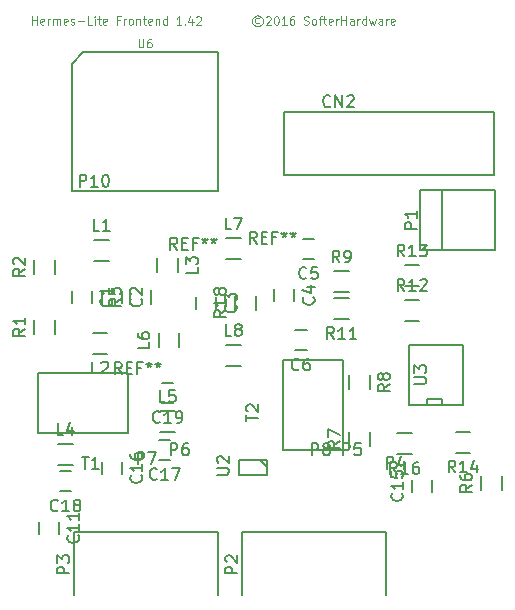
<source format=gto>
G04 #@! TF.FileFunction,Legend,Top*
%FSLAX46Y46*%
G04 Gerber Fmt 4.6, Leading zero omitted, Abs format (unit mm)*
G04 Created by KiCad (PCBNEW 4.0.2-4+6225~38~ubuntu14.04.1-stable) date Tue 19 Apr 2016 03:22:28 PM EDT*
%MOMM*%
G01*
G04 APERTURE LIST*
%ADD10C,0.100000*%
%ADD11C,0.150000*%
%ADD12C,0.200000*%
G04 APERTURE END LIST*
D10*
X28822001Y-1043333D02*
X28755335Y-1010000D01*
X28622001Y-1010000D01*
X28555335Y-1043333D01*
X28488668Y-1110000D01*
X28455335Y-1176667D01*
X28455335Y-1310000D01*
X28488668Y-1376667D01*
X28555335Y-1443333D01*
X28622001Y-1476667D01*
X28755335Y-1476667D01*
X28822001Y-1443333D01*
X28688668Y-776667D02*
X28522001Y-810000D01*
X28355335Y-910000D01*
X28255335Y-1076667D01*
X28222001Y-1243333D01*
X28255335Y-1410000D01*
X28355335Y-1576667D01*
X28522001Y-1676667D01*
X28688668Y-1710000D01*
X28855335Y-1676667D01*
X29022001Y-1576667D01*
X29122001Y-1410000D01*
X29155335Y-1243333D01*
X29122001Y-1076667D01*
X29022001Y-910000D01*
X28855335Y-810000D01*
X28688668Y-776667D01*
X29422001Y-943333D02*
X29455335Y-910000D01*
X29522001Y-876667D01*
X29688668Y-876667D01*
X29755335Y-910000D01*
X29788668Y-943333D01*
X29822001Y-1010000D01*
X29822001Y-1076667D01*
X29788668Y-1176667D01*
X29388668Y-1576667D01*
X29822001Y-1576667D01*
X30255335Y-876667D02*
X30322002Y-876667D01*
X30388668Y-910000D01*
X30422002Y-943333D01*
X30455335Y-1010000D01*
X30488668Y-1143333D01*
X30488668Y-1310000D01*
X30455335Y-1443333D01*
X30422002Y-1510000D01*
X30388668Y-1543333D01*
X30322002Y-1576667D01*
X30255335Y-1576667D01*
X30188668Y-1543333D01*
X30155335Y-1510000D01*
X30122002Y-1443333D01*
X30088668Y-1310000D01*
X30088668Y-1143333D01*
X30122002Y-1010000D01*
X30155335Y-943333D01*
X30188668Y-910000D01*
X30255335Y-876667D01*
X31155335Y-1576667D02*
X30755335Y-1576667D01*
X30955335Y-1576667D02*
X30955335Y-876667D01*
X30888669Y-976667D01*
X30822002Y-1043333D01*
X30755335Y-1076667D01*
X31755336Y-876667D02*
X31622002Y-876667D01*
X31555336Y-910000D01*
X31522002Y-943333D01*
X31455336Y-1043333D01*
X31422002Y-1176667D01*
X31422002Y-1443333D01*
X31455336Y-1510000D01*
X31488669Y-1543333D01*
X31555336Y-1576667D01*
X31688669Y-1576667D01*
X31755336Y-1543333D01*
X31788669Y-1510000D01*
X31822002Y-1443333D01*
X31822002Y-1276667D01*
X31788669Y-1210000D01*
X31755336Y-1176667D01*
X31688669Y-1143333D01*
X31555336Y-1143333D01*
X31488669Y-1176667D01*
X31455336Y-1210000D01*
X31422002Y-1276667D01*
X32622002Y-1543333D02*
X32722002Y-1576667D01*
X32888669Y-1576667D01*
X32955336Y-1543333D01*
X32988669Y-1510000D01*
X33022002Y-1443333D01*
X33022002Y-1376667D01*
X32988669Y-1310000D01*
X32955336Y-1276667D01*
X32888669Y-1243333D01*
X32755336Y-1210000D01*
X32688669Y-1176667D01*
X32655336Y-1143333D01*
X32622002Y-1076667D01*
X32622002Y-1010000D01*
X32655336Y-943333D01*
X32688669Y-910000D01*
X32755336Y-876667D01*
X32922002Y-876667D01*
X33022002Y-910000D01*
X33422003Y-1576667D02*
X33355336Y-1543333D01*
X33322003Y-1510000D01*
X33288669Y-1443333D01*
X33288669Y-1243333D01*
X33322003Y-1176667D01*
X33355336Y-1143333D01*
X33422003Y-1110000D01*
X33522003Y-1110000D01*
X33588669Y-1143333D01*
X33622003Y-1176667D01*
X33655336Y-1243333D01*
X33655336Y-1443333D01*
X33622003Y-1510000D01*
X33588669Y-1543333D01*
X33522003Y-1576667D01*
X33422003Y-1576667D01*
X33855336Y-1110000D02*
X34122002Y-1110000D01*
X33955336Y-1576667D02*
X33955336Y-976667D01*
X33988669Y-910000D01*
X34055336Y-876667D01*
X34122002Y-876667D01*
X34255336Y-1110000D02*
X34522002Y-1110000D01*
X34355336Y-876667D02*
X34355336Y-1476667D01*
X34388669Y-1543333D01*
X34455336Y-1576667D01*
X34522002Y-1576667D01*
X35022002Y-1543333D02*
X34955336Y-1576667D01*
X34822002Y-1576667D01*
X34755336Y-1543333D01*
X34722002Y-1476667D01*
X34722002Y-1210000D01*
X34755336Y-1143333D01*
X34822002Y-1110000D01*
X34955336Y-1110000D01*
X35022002Y-1143333D01*
X35055336Y-1210000D01*
X35055336Y-1276667D01*
X34722002Y-1343333D01*
X35355336Y-1576667D02*
X35355336Y-1110000D01*
X35355336Y-1243333D02*
X35388669Y-1176667D01*
X35422002Y-1143333D01*
X35488669Y-1110000D01*
X35555336Y-1110000D01*
X35788669Y-1576667D02*
X35788669Y-876667D01*
X35788669Y-1210000D02*
X36188669Y-1210000D01*
X36188669Y-1576667D02*
X36188669Y-876667D01*
X36822002Y-1576667D02*
X36822002Y-1210000D01*
X36788668Y-1143333D01*
X36722002Y-1110000D01*
X36588668Y-1110000D01*
X36522002Y-1143333D01*
X36822002Y-1543333D02*
X36755335Y-1576667D01*
X36588668Y-1576667D01*
X36522002Y-1543333D01*
X36488668Y-1476667D01*
X36488668Y-1410000D01*
X36522002Y-1343333D01*
X36588668Y-1310000D01*
X36755335Y-1310000D01*
X36822002Y-1276667D01*
X37155335Y-1576667D02*
X37155335Y-1110000D01*
X37155335Y-1243333D02*
X37188668Y-1176667D01*
X37222001Y-1143333D01*
X37288668Y-1110000D01*
X37355335Y-1110000D01*
X37888668Y-1576667D02*
X37888668Y-876667D01*
X37888668Y-1543333D02*
X37822001Y-1576667D01*
X37688668Y-1576667D01*
X37622001Y-1543333D01*
X37588668Y-1510000D01*
X37555334Y-1443333D01*
X37555334Y-1243333D01*
X37588668Y-1176667D01*
X37622001Y-1143333D01*
X37688668Y-1110000D01*
X37822001Y-1110000D01*
X37888668Y-1143333D01*
X38155334Y-1110000D02*
X38288667Y-1576667D01*
X38422001Y-1243333D01*
X38555334Y-1576667D01*
X38688667Y-1110000D01*
X39255334Y-1576667D02*
X39255334Y-1210000D01*
X39222000Y-1143333D01*
X39155334Y-1110000D01*
X39022000Y-1110000D01*
X38955334Y-1143333D01*
X39255334Y-1543333D02*
X39188667Y-1576667D01*
X39022000Y-1576667D01*
X38955334Y-1543333D01*
X38922000Y-1476667D01*
X38922000Y-1410000D01*
X38955334Y-1343333D01*
X39022000Y-1310000D01*
X39188667Y-1310000D01*
X39255334Y-1276667D01*
X39588667Y-1576667D02*
X39588667Y-1110000D01*
X39588667Y-1243333D02*
X39622000Y-1176667D01*
X39655333Y-1143333D01*
X39722000Y-1110000D01*
X39788667Y-1110000D01*
X40288666Y-1543333D02*
X40222000Y-1576667D01*
X40088666Y-1576667D01*
X40022000Y-1543333D01*
X39988666Y-1476667D01*
X39988666Y-1210000D01*
X40022000Y-1143333D01*
X40088666Y-1110000D01*
X40222000Y-1110000D01*
X40288666Y-1143333D01*
X40322000Y-1210000D01*
X40322000Y-1276667D01*
X39988666Y-1343333D01*
X9610167Y-1576667D02*
X9610167Y-876667D01*
X9610167Y-1210000D02*
X10010167Y-1210000D01*
X10010167Y-1576667D02*
X10010167Y-876667D01*
X10610166Y-1543333D02*
X10543500Y-1576667D01*
X10410166Y-1576667D01*
X10343500Y-1543333D01*
X10310166Y-1476667D01*
X10310166Y-1210000D01*
X10343500Y-1143333D01*
X10410166Y-1110000D01*
X10543500Y-1110000D01*
X10610166Y-1143333D01*
X10643500Y-1210000D01*
X10643500Y-1276667D01*
X10310166Y-1343333D01*
X10943500Y-1576667D02*
X10943500Y-1110000D01*
X10943500Y-1243333D02*
X10976833Y-1176667D01*
X11010166Y-1143333D01*
X11076833Y-1110000D01*
X11143500Y-1110000D01*
X11376833Y-1576667D02*
X11376833Y-1110000D01*
X11376833Y-1176667D02*
X11410166Y-1143333D01*
X11476833Y-1110000D01*
X11576833Y-1110000D01*
X11643499Y-1143333D01*
X11676833Y-1210000D01*
X11676833Y-1576667D01*
X11676833Y-1210000D02*
X11710166Y-1143333D01*
X11776833Y-1110000D01*
X11876833Y-1110000D01*
X11943499Y-1143333D01*
X11976833Y-1210000D01*
X11976833Y-1576667D01*
X12576832Y-1543333D02*
X12510166Y-1576667D01*
X12376832Y-1576667D01*
X12310166Y-1543333D01*
X12276832Y-1476667D01*
X12276832Y-1210000D01*
X12310166Y-1143333D01*
X12376832Y-1110000D01*
X12510166Y-1110000D01*
X12576832Y-1143333D01*
X12610166Y-1210000D01*
X12610166Y-1276667D01*
X12276832Y-1343333D01*
X12876832Y-1543333D02*
X12943499Y-1576667D01*
X13076832Y-1576667D01*
X13143499Y-1543333D01*
X13176832Y-1476667D01*
X13176832Y-1443333D01*
X13143499Y-1376667D01*
X13076832Y-1343333D01*
X12976832Y-1343333D01*
X12910166Y-1310000D01*
X12876832Y-1243333D01*
X12876832Y-1210000D01*
X12910166Y-1143333D01*
X12976832Y-1110000D01*
X13076832Y-1110000D01*
X13143499Y-1143333D01*
X13476833Y-1310000D02*
X14010166Y-1310000D01*
X14676833Y-1576667D02*
X14343500Y-1576667D01*
X14343500Y-876667D01*
X14910167Y-1576667D02*
X14910167Y-1110000D01*
X14910167Y-876667D02*
X14876833Y-910000D01*
X14910167Y-943333D01*
X14943500Y-910000D01*
X14910167Y-876667D01*
X14910167Y-943333D01*
X15143500Y-1110000D02*
X15410166Y-1110000D01*
X15243500Y-876667D02*
X15243500Y-1476667D01*
X15276833Y-1543333D01*
X15343500Y-1576667D01*
X15410166Y-1576667D01*
X15910166Y-1543333D02*
X15843500Y-1576667D01*
X15710166Y-1576667D01*
X15643500Y-1543333D01*
X15610166Y-1476667D01*
X15610166Y-1210000D01*
X15643500Y-1143333D01*
X15710166Y-1110000D01*
X15843500Y-1110000D01*
X15910166Y-1143333D01*
X15943500Y-1210000D01*
X15943500Y-1276667D01*
X15610166Y-1343333D01*
X17010166Y-1210000D02*
X16776833Y-1210000D01*
X16776833Y-1576667D02*
X16776833Y-876667D01*
X17110166Y-876667D01*
X17376833Y-1576667D02*
X17376833Y-1110000D01*
X17376833Y-1243333D02*
X17410166Y-1176667D01*
X17443499Y-1143333D01*
X17510166Y-1110000D01*
X17576833Y-1110000D01*
X17910166Y-1576667D02*
X17843499Y-1543333D01*
X17810166Y-1510000D01*
X17776832Y-1443333D01*
X17776832Y-1243333D01*
X17810166Y-1176667D01*
X17843499Y-1143333D01*
X17910166Y-1110000D01*
X18010166Y-1110000D01*
X18076832Y-1143333D01*
X18110166Y-1176667D01*
X18143499Y-1243333D01*
X18143499Y-1443333D01*
X18110166Y-1510000D01*
X18076832Y-1543333D01*
X18010166Y-1576667D01*
X17910166Y-1576667D01*
X18443499Y-1110000D02*
X18443499Y-1576667D01*
X18443499Y-1176667D02*
X18476832Y-1143333D01*
X18543499Y-1110000D01*
X18643499Y-1110000D01*
X18710165Y-1143333D01*
X18743499Y-1210000D01*
X18743499Y-1576667D01*
X18976832Y-1110000D02*
X19243498Y-1110000D01*
X19076832Y-876667D02*
X19076832Y-1476667D01*
X19110165Y-1543333D01*
X19176832Y-1576667D01*
X19243498Y-1576667D01*
X19743498Y-1543333D02*
X19676832Y-1576667D01*
X19543498Y-1576667D01*
X19476832Y-1543333D01*
X19443498Y-1476667D01*
X19443498Y-1210000D01*
X19476832Y-1143333D01*
X19543498Y-1110000D01*
X19676832Y-1110000D01*
X19743498Y-1143333D01*
X19776832Y-1210000D01*
X19776832Y-1276667D01*
X19443498Y-1343333D01*
X20076832Y-1110000D02*
X20076832Y-1576667D01*
X20076832Y-1176667D02*
X20110165Y-1143333D01*
X20176832Y-1110000D01*
X20276832Y-1110000D01*
X20343498Y-1143333D01*
X20376832Y-1210000D01*
X20376832Y-1576667D01*
X21010165Y-1576667D02*
X21010165Y-876667D01*
X21010165Y-1543333D02*
X20943498Y-1576667D01*
X20810165Y-1576667D01*
X20743498Y-1543333D01*
X20710165Y-1510000D01*
X20676831Y-1443333D01*
X20676831Y-1243333D01*
X20710165Y-1176667D01*
X20743498Y-1143333D01*
X20810165Y-1110000D01*
X20943498Y-1110000D01*
X21010165Y-1143333D01*
X22243497Y-1576667D02*
X21843497Y-1576667D01*
X22043497Y-1576667D02*
X22043497Y-876667D01*
X21976831Y-976667D01*
X21910164Y-1043333D01*
X21843497Y-1076667D01*
X22543498Y-1510000D02*
X22576831Y-1543333D01*
X22543498Y-1576667D01*
X22510164Y-1543333D01*
X22543498Y-1510000D01*
X22543498Y-1576667D01*
X23176831Y-1110000D02*
X23176831Y-1576667D01*
X23010164Y-843333D02*
X22843497Y-1343333D01*
X23276831Y-1343333D01*
X23510164Y-943333D02*
X23543498Y-910000D01*
X23610164Y-876667D01*
X23776831Y-876667D01*
X23843498Y-910000D01*
X23876831Y-943333D01*
X23910164Y-1010000D01*
X23910164Y-1076667D01*
X23876831Y-1176667D01*
X23476831Y-1576667D01*
X23910164Y-1576667D01*
D11*
X48750000Y-9007000D02*
X30970000Y-9007000D01*
X48750000Y-14341000D02*
X30970000Y-14341000D01*
X48750000Y-9007000D02*
X48750000Y-14341000D01*
X30970000Y-14341000D02*
X30970000Y-9007000D01*
D12*
X13950000Y-3920000D02*
X12950000Y-4920000D01*
X12950000Y-4920000D02*
X12950000Y-15680000D01*
X12950000Y-15680000D02*
X25350000Y-15680000D01*
X25350000Y-15680000D02*
X25350000Y-3920000D01*
X25350000Y-3920000D02*
X13950000Y-3920000D01*
D11*
X14675000Y-25128000D02*
X14675000Y-24128000D01*
X12975000Y-24128000D02*
X12975000Y-25128000D01*
X17215000Y-25128000D02*
X17215000Y-24128000D01*
X15515000Y-24128000D02*
X15515000Y-25128000D01*
X25216000Y-25636000D02*
X25216000Y-24636000D01*
X23516000Y-24636000D02*
X23516000Y-25636000D01*
X31820000Y-25001000D02*
X31820000Y-24001000D01*
X30120000Y-24001000D02*
X30120000Y-25001000D01*
X32502000Y-21414000D02*
X33502000Y-21414000D01*
X33502000Y-19714000D02*
X32502000Y-19714000D01*
X31867000Y-29161000D02*
X32867000Y-29161000D01*
X32867000Y-27461000D02*
X31867000Y-27461000D01*
X11525000Y-26568000D02*
X11525000Y-27768000D01*
X9775000Y-27768000D02*
X9775000Y-26568000D01*
X11525000Y-21488000D02*
X11525000Y-22688000D01*
X9775000Y-22688000D02*
X9775000Y-21488000D01*
X27096500Y-39677500D02*
X27096500Y-38471000D01*
X29509500Y-39042500D02*
X28938000Y-38471000D01*
X27096500Y-38471000D02*
X29509500Y-38471000D01*
X29509500Y-38471000D02*
X29509500Y-39677500D01*
X29509500Y-39677500D02*
X27096500Y-39677500D01*
X44330400Y-15585600D02*
X44330400Y-20665600D01*
X48775400Y-15585600D02*
X48775400Y-20665600D01*
X42425400Y-20665600D02*
X42425400Y-15585600D01*
X42425400Y-20665600D02*
X48775400Y-20665600D01*
X42425400Y-15585600D02*
X48775400Y-15585600D01*
X39352000Y-44503500D02*
X39606000Y-44503500D01*
X39606000Y-44503500D02*
X39606000Y-49837500D01*
X27668000Y-44503500D02*
X27414000Y-44503500D01*
X27414000Y-44503500D02*
X27414000Y-49837500D01*
X39352000Y-44503500D02*
X27668000Y-44503500D01*
X25128000Y-44503500D02*
X25382000Y-44503500D01*
X25382000Y-44503500D02*
X25382000Y-49837500D01*
X13444000Y-44503500D02*
X13190000Y-44503500D01*
X13190000Y-44503500D02*
X13190000Y-49837500D01*
X25128000Y-44503500D02*
X13444000Y-44503500D01*
X41804000Y-40130000D02*
X41804000Y-41130000D01*
X43504000Y-41130000D02*
X43504000Y-40130000D01*
X49371000Y-39776000D02*
X49371000Y-40976000D01*
X47621000Y-40976000D02*
X47621000Y-39776000D01*
X38195000Y-36093000D02*
X38195000Y-37293000D01*
X36445000Y-37293000D02*
X36445000Y-36093000D01*
X36445000Y-32467000D02*
X36445000Y-31267000D01*
X38195000Y-31267000D02*
X38195000Y-32467000D01*
X36396000Y-24233000D02*
X35196000Y-24233000D01*
X35196000Y-22483000D02*
X36396000Y-22483000D01*
X35196000Y-24769000D02*
X36396000Y-24769000D01*
X36396000Y-26519000D02*
X35196000Y-26519000D01*
X42365000Y-26646000D02*
X41165000Y-26646000D01*
X41165000Y-24896000D02*
X42365000Y-24896000D01*
X42365000Y-23725000D02*
X41165000Y-23725000D01*
X41165000Y-21975000D02*
X42365000Y-21975000D01*
X45483000Y-36072000D02*
X46683000Y-36072000D01*
X46683000Y-37822000D02*
X45483000Y-37822000D01*
X40530000Y-36199000D02*
X41730000Y-36199000D01*
X41730000Y-37949000D02*
X40530000Y-37949000D01*
X16076000Y-21566000D02*
X14876000Y-21566000D01*
X14876000Y-19816000D02*
X16076000Y-19816000D01*
X14749000Y-27690000D02*
X15949000Y-27690000D01*
X15949000Y-29440000D02*
X14749000Y-29440000D01*
X20189000Y-22561000D02*
X20189000Y-21361000D01*
X21939000Y-21361000D02*
X21939000Y-22561000D01*
X22066000Y-27711000D02*
X22066000Y-28911000D01*
X20316000Y-28911000D02*
X20316000Y-27711000D01*
X27252000Y-21439000D02*
X26052000Y-21439000D01*
X26052000Y-19689000D02*
X27252000Y-19689000D01*
X27252000Y-30456000D02*
X26052000Y-30456000D01*
X26052000Y-28706000D02*
X27252000Y-28706000D01*
X30843000Y-37582000D02*
X35923000Y-37582000D01*
X35923000Y-29962000D02*
X30843000Y-29962000D01*
X35923000Y-29962000D02*
X35923000Y-37582000D01*
X30843000Y-29962000D02*
X30843000Y-37582000D01*
X41511000Y-33772000D02*
X41511000Y-28692000D01*
X41511000Y-28692000D02*
X46083000Y-28692000D01*
X46083000Y-28692000D02*
X46083000Y-33772000D01*
X46083000Y-33772000D02*
X41511000Y-33772000D01*
X43035000Y-33772000D02*
X43035000Y-33264000D01*
X43035000Y-33264000D02*
X44305000Y-33264000D01*
X44305000Y-33264000D02*
X44305000Y-33772000D01*
X17762000Y-36185000D02*
X17762000Y-31105000D01*
X10142000Y-31105000D02*
X10142000Y-36185000D01*
X10142000Y-31105000D02*
X17762000Y-31105000D01*
X10142000Y-36185000D02*
X17762000Y-36185000D01*
X11881000Y-44686000D02*
X11881000Y-43686000D01*
X10181000Y-43686000D02*
X10181000Y-44686000D01*
X17215000Y-39606000D02*
X17215000Y-38606000D01*
X15515000Y-38606000D02*
X15515000Y-39606000D01*
X20310000Y-38432000D02*
X21310000Y-38432000D01*
X21310000Y-36732000D02*
X20310000Y-36732000D01*
X13028000Y-38838000D02*
X11828000Y-38838000D01*
X11828000Y-37088000D02*
X13028000Y-37088000D01*
X21664000Y-36044000D02*
X20464000Y-36044000D01*
X20464000Y-34294000D02*
X21664000Y-34294000D01*
X11928000Y-41099000D02*
X12928000Y-41099000D01*
X12928000Y-39399000D02*
X11928000Y-39399000D01*
X20564000Y-33606000D02*
X21564000Y-33606000D01*
X21564000Y-31906000D02*
X20564000Y-31906000D01*
X19653000Y-24028000D02*
X19653000Y-25228000D01*
X17903000Y-25228000D02*
X17903000Y-24028000D01*
X28543000Y-24536000D02*
X28543000Y-25736000D01*
X26793000Y-25736000D02*
X26793000Y-24536000D01*
X34851524Y-8475143D02*
X34803905Y-8522762D01*
X34661048Y-8570381D01*
X34565810Y-8570381D01*
X34422952Y-8522762D01*
X34327714Y-8427524D01*
X34280095Y-8332286D01*
X34232476Y-8141810D01*
X34232476Y-7998952D01*
X34280095Y-7808476D01*
X34327714Y-7713238D01*
X34422952Y-7618000D01*
X34565810Y-7570381D01*
X34661048Y-7570381D01*
X34803905Y-7618000D01*
X34851524Y-7665619D01*
X35280095Y-8570381D02*
X35280095Y-7570381D01*
X35851524Y-8570381D01*
X35851524Y-7570381D01*
X36280095Y-7665619D02*
X36327714Y-7618000D01*
X36422952Y-7570381D01*
X36661048Y-7570381D01*
X36756286Y-7618000D01*
X36803905Y-7665619D01*
X36851524Y-7760857D01*
X36851524Y-7856095D01*
X36803905Y-7998952D01*
X36232476Y-8570381D01*
X36851524Y-8570381D01*
D10*
X18616667Y-2816667D02*
X18616667Y-3383333D01*
X18650000Y-3450000D01*
X18683333Y-3483333D01*
X18750000Y-3516667D01*
X18883333Y-3516667D01*
X18950000Y-3483333D01*
X18983333Y-3450000D01*
X19016667Y-3383333D01*
X19016667Y-2816667D01*
X19650000Y-2816667D02*
X19516666Y-2816667D01*
X19450000Y-2850000D01*
X19416666Y-2883333D01*
X19350000Y-2983333D01*
X19316666Y-3116667D01*
X19316666Y-3383333D01*
X19350000Y-3450000D01*
X19383333Y-3483333D01*
X19450000Y-3516667D01*
X19583333Y-3516667D01*
X19650000Y-3483333D01*
X19683333Y-3450000D01*
X19716666Y-3383333D01*
X19716666Y-3216667D01*
X19683333Y-3150000D01*
X19650000Y-3116667D01*
X19583333Y-3083333D01*
X19450000Y-3083333D01*
X19383333Y-3116667D01*
X19350000Y-3150000D01*
X19316666Y-3216667D01*
D11*
X16282143Y-24794666D02*
X16329762Y-24842285D01*
X16377381Y-24985142D01*
X16377381Y-25080380D01*
X16329762Y-25223238D01*
X16234524Y-25318476D01*
X16139286Y-25366095D01*
X15948810Y-25413714D01*
X15805952Y-25413714D01*
X15615476Y-25366095D01*
X15520238Y-25318476D01*
X15425000Y-25223238D01*
X15377381Y-25080380D01*
X15377381Y-24985142D01*
X15425000Y-24842285D01*
X15472619Y-24794666D01*
X16377381Y-23842285D02*
X16377381Y-24413714D01*
X16377381Y-24128000D02*
X15377381Y-24128000D01*
X15520238Y-24223238D01*
X15615476Y-24318476D01*
X15663095Y-24413714D01*
X18822143Y-24794666D02*
X18869762Y-24842285D01*
X18917381Y-24985142D01*
X18917381Y-25080380D01*
X18869762Y-25223238D01*
X18774524Y-25318476D01*
X18679286Y-25366095D01*
X18488810Y-25413714D01*
X18345952Y-25413714D01*
X18155476Y-25366095D01*
X18060238Y-25318476D01*
X17965000Y-25223238D01*
X17917381Y-25080380D01*
X17917381Y-24985142D01*
X17965000Y-24842285D01*
X18012619Y-24794666D01*
X18012619Y-24413714D02*
X17965000Y-24366095D01*
X17917381Y-24270857D01*
X17917381Y-24032761D01*
X17965000Y-23937523D01*
X18012619Y-23889904D01*
X18107857Y-23842285D01*
X18203095Y-23842285D01*
X18345952Y-23889904D01*
X18917381Y-24461333D01*
X18917381Y-23842285D01*
X26823143Y-25302666D02*
X26870762Y-25350285D01*
X26918381Y-25493142D01*
X26918381Y-25588380D01*
X26870762Y-25731238D01*
X26775524Y-25826476D01*
X26680286Y-25874095D01*
X26489810Y-25921714D01*
X26346952Y-25921714D01*
X26156476Y-25874095D01*
X26061238Y-25826476D01*
X25966000Y-25731238D01*
X25918381Y-25588380D01*
X25918381Y-25493142D01*
X25966000Y-25350285D01*
X26013619Y-25302666D01*
X25918381Y-24969333D02*
X25918381Y-24350285D01*
X26299333Y-24683619D01*
X26299333Y-24540761D01*
X26346952Y-24445523D01*
X26394571Y-24397904D01*
X26489810Y-24350285D01*
X26727905Y-24350285D01*
X26823143Y-24397904D01*
X26870762Y-24445523D01*
X26918381Y-24540761D01*
X26918381Y-24826476D01*
X26870762Y-24921714D01*
X26823143Y-24969333D01*
X33427143Y-24667666D02*
X33474762Y-24715285D01*
X33522381Y-24858142D01*
X33522381Y-24953380D01*
X33474762Y-25096238D01*
X33379524Y-25191476D01*
X33284286Y-25239095D01*
X33093810Y-25286714D01*
X32950952Y-25286714D01*
X32760476Y-25239095D01*
X32665238Y-25191476D01*
X32570000Y-25096238D01*
X32522381Y-24953380D01*
X32522381Y-24858142D01*
X32570000Y-24715285D01*
X32617619Y-24667666D01*
X32855714Y-23810523D02*
X33522381Y-23810523D01*
X32474762Y-24048619D02*
X33189048Y-24286714D01*
X33189048Y-23667666D01*
X32835334Y-23021143D02*
X32787715Y-23068762D01*
X32644858Y-23116381D01*
X32549620Y-23116381D01*
X32406762Y-23068762D01*
X32311524Y-22973524D01*
X32263905Y-22878286D01*
X32216286Y-22687810D01*
X32216286Y-22544952D01*
X32263905Y-22354476D01*
X32311524Y-22259238D01*
X32406762Y-22164000D01*
X32549620Y-22116381D01*
X32644858Y-22116381D01*
X32787715Y-22164000D01*
X32835334Y-22211619D01*
X33740096Y-22116381D02*
X33263905Y-22116381D01*
X33216286Y-22592571D01*
X33263905Y-22544952D01*
X33359143Y-22497333D01*
X33597239Y-22497333D01*
X33692477Y-22544952D01*
X33740096Y-22592571D01*
X33787715Y-22687810D01*
X33787715Y-22925905D01*
X33740096Y-23021143D01*
X33692477Y-23068762D01*
X33597239Y-23116381D01*
X33359143Y-23116381D01*
X33263905Y-23068762D01*
X33216286Y-23021143D01*
X32200334Y-30768143D02*
X32152715Y-30815762D01*
X32009858Y-30863381D01*
X31914620Y-30863381D01*
X31771762Y-30815762D01*
X31676524Y-30720524D01*
X31628905Y-30625286D01*
X31581286Y-30434810D01*
X31581286Y-30291952D01*
X31628905Y-30101476D01*
X31676524Y-30006238D01*
X31771762Y-29911000D01*
X31914620Y-29863381D01*
X32009858Y-29863381D01*
X32152715Y-29911000D01*
X32200334Y-29958619D01*
X33057477Y-29863381D02*
X32867000Y-29863381D01*
X32771762Y-29911000D01*
X32724143Y-29958619D01*
X32628905Y-30101476D01*
X32581286Y-30291952D01*
X32581286Y-30672905D01*
X32628905Y-30768143D01*
X32676524Y-30815762D01*
X32771762Y-30863381D01*
X32962239Y-30863381D01*
X33057477Y-30815762D01*
X33105096Y-30768143D01*
X33152715Y-30672905D01*
X33152715Y-30434810D01*
X33105096Y-30339571D01*
X33057477Y-30291952D01*
X32962239Y-30244333D01*
X32771762Y-30244333D01*
X32676524Y-30291952D01*
X32628905Y-30339571D01*
X32581286Y-30434810D01*
X9002381Y-27334666D02*
X8526190Y-27668000D01*
X9002381Y-27906095D02*
X8002381Y-27906095D01*
X8002381Y-27525142D01*
X8050000Y-27429904D01*
X8097619Y-27382285D01*
X8192857Y-27334666D01*
X8335714Y-27334666D01*
X8430952Y-27382285D01*
X8478571Y-27429904D01*
X8526190Y-27525142D01*
X8526190Y-27906095D01*
X9002381Y-26382285D02*
X9002381Y-26953714D01*
X9002381Y-26668000D02*
X8002381Y-26668000D01*
X8145238Y-26763238D01*
X8240476Y-26858476D01*
X8288095Y-26953714D01*
X9002381Y-22254666D02*
X8526190Y-22588000D01*
X9002381Y-22826095D02*
X8002381Y-22826095D01*
X8002381Y-22445142D01*
X8050000Y-22349904D01*
X8097619Y-22302285D01*
X8192857Y-22254666D01*
X8335714Y-22254666D01*
X8430952Y-22302285D01*
X8478571Y-22349904D01*
X8526190Y-22445142D01*
X8526190Y-22826095D01*
X8097619Y-21873714D02*
X8050000Y-21826095D01*
X8002381Y-21730857D01*
X8002381Y-21492761D01*
X8050000Y-21397523D01*
X8097619Y-21349904D01*
X8192857Y-21302285D01*
X8288095Y-21302285D01*
X8430952Y-21349904D01*
X9002381Y-21921333D01*
X9002381Y-21302285D01*
X35946905Y-38034381D02*
X35946905Y-37034381D01*
X36327858Y-37034381D01*
X36423096Y-37082000D01*
X36470715Y-37129619D01*
X36518334Y-37224857D01*
X36518334Y-37367714D01*
X36470715Y-37462952D01*
X36423096Y-37510571D01*
X36327858Y-37558190D01*
X35946905Y-37558190D01*
X37423096Y-37034381D02*
X36946905Y-37034381D01*
X36899286Y-37510571D01*
X36946905Y-37462952D01*
X37042143Y-37415333D01*
X37280239Y-37415333D01*
X37375477Y-37462952D01*
X37423096Y-37510571D01*
X37470715Y-37605810D01*
X37470715Y-37843905D01*
X37423096Y-37939143D01*
X37375477Y-37986762D01*
X37280239Y-38034381D01*
X37042143Y-38034381D01*
X36946905Y-37986762D01*
X36899286Y-37939143D01*
X21341905Y-38034381D02*
X21341905Y-37034381D01*
X21722858Y-37034381D01*
X21818096Y-37082000D01*
X21865715Y-37129619D01*
X21913334Y-37224857D01*
X21913334Y-37367714D01*
X21865715Y-37462952D01*
X21818096Y-37510571D01*
X21722858Y-37558190D01*
X21341905Y-37558190D01*
X22770477Y-37034381D02*
X22580000Y-37034381D01*
X22484762Y-37082000D01*
X22437143Y-37129619D01*
X22341905Y-37272476D01*
X22294286Y-37462952D01*
X22294286Y-37843905D01*
X22341905Y-37939143D01*
X22389524Y-37986762D01*
X22484762Y-38034381D01*
X22675239Y-38034381D01*
X22770477Y-37986762D01*
X22818096Y-37939143D01*
X22865715Y-37843905D01*
X22865715Y-37605810D01*
X22818096Y-37510571D01*
X22770477Y-37462952D01*
X22675239Y-37415333D01*
X22484762Y-37415333D01*
X22389524Y-37462952D01*
X22341905Y-37510571D01*
X22294286Y-37605810D01*
X18547905Y-38796381D02*
X18547905Y-37796381D01*
X18928858Y-37796381D01*
X19024096Y-37844000D01*
X19071715Y-37891619D01*
X19119334Y-37986857D01*
X19119334Y-38129714D01*
X19071715Y-38224952D01*
X19024096Y-38272571D01*
X18928858Y-38320190D01*
X18547905Y-38320190D01*
X19452667Y-37796381D02*
X20119334Y-37796381D01*
X19690762Y-38796381D01*
X33279905Y-38034381D02*
X33279905Y-37034381D01*
X33660858Y-37034381D01*
X33756096Y-37082000D01*
X33803715Y-37129619D01*
X33851334Y-37224857D01*
X33851334Y-37367714D01*
X33803715Y-37462952D01*
X33756096Y-37510571D01*
X33660858Y-37558190D01*
X33279905Y-37558190D01*
X34422762Y-37462952D02*
X34327524Y-37415333D01*
X34279905Y-37367714D01*
X34232286Y-37272476D01*
X34232286Y-37224857D01*
X34279905Y-37129619D01*
X34327524Y-37082000D01*
X34422762Y-37034381D01*
X34613239Y-37034381D01*
X34708477Y-37082000D01*
X34756096Y-37129619D01*
X34803715Y-37224857D01*
X34803715Y-37272476D01*
X34756096Y-37367714D01*
X34708477Y-37415333D01*
X34613239Y-37462952D01*
X34422762Y-37462952D01*
X34327524Y-37510571D01*
X34279905Y-37558190D01*
X34232286Y-37653429D01*
X34232286Y-37843905D01*
X34279905Y-37939143D01*
X34327524Y-37986762D01*
X34422762Y-38034381D01*
X34613239Y-38034381D01*
X34708477Y-37986762D01*
X34756096Y-37939143D01*
X34803715Y-37843905D01*
X34803715Y-37653429D01*
X34756096Y-37558190D01*
X34708477Y-37510571D01*
X34613239Y-37462952D01*
X25278881Y-39677405D02*
X26088405Y-39677405D01*
X26183643Y-39629786D01*
X26231262Y-39582167D01*
X26278881Y-39486929D01*
X26278881Y-39296452D01*
X26231262Y-39201214D01*
X26183643Y-39153595D01*
X26088405Y-39105976D01*
X25278881Y-39105976D01*
X25374119Y-38677405D02*
X25326500Y-38629786D01*
X25278881Y-38534548D01*
X25278881Y-38296452D01*
X25326500Y-38201214D01*
X25374119Y-38153595D01*
X25469357Y-38105976D01*
X25564595Y-38105976D01*
X25707452Y-38153595D01*
X26278881Y-38725024D01*
X26278881Y-38105976D01*
X13626714Y-15301381D02*
X13626714Y-14301381D01*
X14007667Y-14301381D01*
X14102905Y-14349000D01*
X14150524Y-14396619D01*
X14198143Y-14491857D01*
X14198143Y-14634714D01*
X14150524Y-14729952D01*
X14102905Y-14777571D01*
X14007667Y-14825190D01*
X13626714Y-14825190D01*
X15150524Y-15301381D02*
X14579095Y-15301381D01*
X14864809Y-15301381D02*
X14864809Y-14301381D01*
X14769571Y-14444238D01*
X14674333Y-14539476D01*
X14579095Y-14587095D01*
X15769571Y-14301381D02*
X15864810Y-14301381D01*
X15960048Y-14349000D01*
X16007667Y-14396619D01*
X16055286Y-14491857D01*
X16102905Y-14682333D01*
X16102905Y-14920429D01*
X16055286Y-15110905D01*
X16007667Y-15206143D01*
X15960048Y-15253762D01*
X15864810Y-15301381D01*
X15769571Y-15301381D01*
X15674333Y-15253762D01*
X15626714Y-15206143D01*
X15579095Y-15110905D01*
X15531476Y-14920429D01*
X15531476Y-14682333D01*
X15579095Y-14491857D01*
X15626714Y-14396619D01*
X15674333Y-14349000D01*
X15769571Y-14301381D01*
X42152781Y-18863695D02*
X41152781Y-18863695D01*
X41152781Y-18482742D01*
X41200400Y-18387504D01*
X41248019Y-18339885D01*
X41343257Y-18292266D01*
X41486114Y-18292266D01*
X41581352Y-18339885D01*
X41628971Y-18387504D01*
X41676590Y-18482742D01*
X41676590Y-18863695D01*
X42152781Y-17339885D02*
X42152781Y-17911314D01*
X42152781Y-17625600D02*
X41152781Y-17625600D01*
X41295638Y-17720838D01*
X41390876Y-17816076D01*
X41438495Y-17911314D01*
X26977381Y-48035595D02*
X25977381Y-48035595D01*
X25977381Y-47654642D01*
X26025000Y-47559404D01*
X26072619Y-47511785D01*
X26167857Y-47464166D01*
X26310714Y-47464166D01*
X26405952Y-47511785D01*
X26453571Y-47559404D01*
X26501190Y-47654642D01*
X26501190Y-48035595D01*
X26072619Y-47083214D02*
X26025000Y-47035595D01*
X25977381Y-46940357D01*
X25977381Y-46702261D01*
X26025000Y-46607023D01*
X26072619Y-46559404D01*
X26167857Y-46511785D01*
X26263095Y-46511785D01*
X26405952Y-46559404D01*
X26977381Y-47130833D01*
X26977381Y-46511785D01*
X12753381Y-48035595D02*
X11753381Y-48035595D01*
X11753381Y-47654642D01*
X11801000Y-47559404D01*
X11848619Y-47511785D01*
X11943857Y-47464166D01*
X12086714Y-47464166D01*
X12181952Y-47511785D01*
X12229571Y-47559404D01*
X12277190Y-47654642D01*
X12277190Y-48035595D01*
X11753381Y-47130833D02*
X11753381Y-46511785D01*
X12134333Y-46845119D01*
X12134333Y-46702261D01*
X12181952Y-46607023D01*
X12229571Y-46559404D01*
X12324810Y-46511785D01*
X12562905Y-46511785D01*
X12658143Y-46559404D01*
X12705762Y-46607023D01*
X12753381Y-46702261D01*
X12753381Y-46987976D01*
X12705762Y-47083214D01*
X12658143Y-47130833D01*
X40911143Y-41272857D02*
X40958762Y-41320476D01*
X41006381Y-41463333D01*
X41006381Y-41558571D01*
X40958762Y-41701429D01*
X40863524Y-41796667D01*
X40768286Y-41844286D01*
X40577810Y-41891905D01*
X40434952Y-41891905D01*
X40244476Y-41844286D01*
X40149238Y-41796667D01*
X40054000Y-41701429D01*
X40006381Y-41558571D01*
X40006381Y-41463333D01*
X40054000Y-41320476D01*
X40101619Y-41272857D01*
X41006381Y-40320476D02*
X41006381Y-40891905D01*
X41006381Y-40606191D02*
X40006381Y-40606191D01*
X40149238Y-40701429D01*
X40244476Y-40796667D01*
X40292095Y-40891905D01*
X40006381Y-39415714D02*
X40006381Y-39891905D01*
X40482571Y-39939524D01*
X40434952Y-39891905D01*
X40387333Y-39796667D01*
X40387333Y-39558571D01*
X40434952Y-39463333D01*
X40482571Y-39415714D01*
X40577810Y-39368095D01*
X40815905Y-39368095D01*
X40911143Y-39415714D01*
X40958762Y-39463333D01*
X41006381Y-39558571D01*
X41006381Y-39796667D01*
X40958762Y-39891905D01*
X40911143Y-39939524D01*
X46848381Y-40542666D02*
X46372190Y-40876000D01*
X46848381Y-41114095D02*
X45848381Y-41114095D01*
X45848381Y-40733142D01*
X45896000Y-40637904D01*
X45943619Y-40590285D01*
X46038857Y-40542666D01*
X46181714Y-40542666D01*
X46276952Y-40590285D01*
X46324571Y-40637904D01*
X46372190Y-40733142D01*
X46372190Y-41114095D01*
X45848381Y-39685523D02*
X45848381Y-39876000D01*
X45896000Y-39971238D01*
X45943619Y-40018857D01*
X46086476Y-40114095D01*
X46276952Y-40161714D01*
X46657905Y-40161714D01*
X46753143Y-40114095D01*
X46800762Y-40066476D01*
X46848381Y-39971238D01*
X46848381Y-39780761D01*
X46800762Y-39685523D01*
X46753143Y-39637904D01*
X46657905Y-39590285D01*
X46419810Y-39590285D01*
X46324571Y-39637904D01*
X46276952Y-39685523D01*
X46229333Y-39780761D01*
X46229333Y-39971238D01*
X46276952Y-40066476D01*
X46324571Y-40114095D01*
X46419810Y-40161714D01*
X35672381Y-36859666D02*
X35196190Y-37193000D01*
X35672381Y-37431095D02*
X34672381Y-37431095D01*
X34672381Y-37050142D01*
X34720000Y-36954904D01*
X34767619Y-36907285D01*
X34862857Y-36859666D01*
X35005714Y-36859666D01*
X35100952Y-36907285D01*
X35148571Y-36954904D01*
X35196190Y-37050142D01*
X35196190Y-37431095D01*
X34672381Y-36526333D02*
X34672381Y-35859666D01*
X35672381Y-36288238D01*
X39872381Y-32033666D02*
X39396190Y-32367000D01*
X39872381Y-32605095D02*
X38872381Y-32605095D01*
X38872381Y-32224142D01*
X38920000Y-32128904D01*
X38967619Y-32081285D01*
X39062857Y-32033666D01*
X39205714Y-32033666D01*
X39300952Y-32081285D01*
X39348571Y-32128904D01*
X39396190Y-32224142D01*
X39396190Y-32605095D01*
X39300952Y-31462238D02*
X39253333Y-31557476D01*
X39205714Y-31605095D01*
X39110476Y-31652714D01*
X39062857Y-31652714D01*
X38967619Y-31605095D01*
X38920000Y-31557476D01*
X38872381Y-31462238D01*
X38872381Y-31271761D01*
X38920000Y-31176523D01*
X38967619Y-31128904D01*
X39062857Y-31081285D01*
X39110476Y-31081285D01*
X39205714Y-31128904D01*
X39253333Y-31176523D01*
X39300952Y-31271761D01*
X39300952Y-31462238D01*
X39348571Y-31557476D01*
X39396190Y-31605095D01*
X39491429Y-31652714D01*
X39681905Y-31652714D01*
X39777143Y-31605095D01*
X39824762Y-31557476D01*
X39872381Y-31462238D01*
X39872381Y-31271761D01*
X39824762Y-31176523D01*
X39777143Y-31128904D01*
X39681905Y-31081285D01*
X39491429Y-31081285D01*
X39396190Y-31128904D01*
X39348571Y-31176523D01*
X39300952Y-31271761D01*
X35629334Y-21710381D02*
X35296000Y-21234190D01*
X35057905Y-21710381D02*
X35057905Y-20710381D01*
X35438858Y-20710381D01*
X35534096Y-20758000D01*
X35581715Y-20805619D01*
X35629334Y-20900857D01*
X35629334Y-21043714D01*
X35581715Y-21138952D01*
X35534096Y-21186571D01*
X35438858Y-21234190D01*
X35057905Y-21234190D01*
X36105524Y-21710381D02*
X36296000Y-21710381D01*
X36391239Y-21662762D01*
X36438858Y-21615143D01*
X36534096Y-21472286D01*
X36581715Y-21281810D01*
X36581715Y-20900857D01*
X36534096Y-20805619D01*
X36486477Y-20758000D01*
X36391239Y-20710381D01*
X36200762Y-20710381D01*
X36105524Y-20758000D01*
X36057905Y-20805619D01*
X36010286Y-20900857D01*
X36010286Y-21138952D01*
X36057905Y-21234190D01*
X36105524Y-21281810D01*
X36200762Y-21329429D01*
X36391239Y-21329429D01*
X36486477Y-21281810D01*
X36534096Y-21234190D01*
X36581715Y-21138952D01*
X35153143Y-28196381D02*
X34819809Y-27720190D01*
X34581714Y-28196381D02*
X34581714Y-27196381D01*
X34962667Y-27196381D01*
X35057905Y-27244000D01*
X35105524Y-27291619D01*
X35153143Y-27386857D01*
X35153143Y-27529714D01*
X35105524Y-27624952D01*
X35057905Y-27672571D01*
X34962667Y-27720190D01*
X34581714Y-27720190D01*
X36105524Y-28196381D02*
X35534095Y-28196381D01*
X35819809Y-28196381D02*
X35819809Y-27196381D01*
X35724571Y-27339238D01*
X35629333Y-27434476D01*
X35534095Y-27482095D01*
X37057905Y-28196381D02*
X36486476Y-28196381D01*
X36772190Y-28196381D02*
X36772190Y-27196381D01*
X36676952Y-27339238D01*
X36581714Y-27434476D01*
X36486476Y-27482095D01*
X41122143Y-24123381D02*
X40788809Y-23647190D01*
X40550714Y-24123381D02*
X40550714Y-23123381D01*
X40931667Y-23123381D01*
X41026905Y-23171000D01*
X41074524Y-23218619D01*
X41122143Y-23313857D01*
X41122143Y-23456714D01*
X41074524Y-23551952D01*
X41026905Y-23599571D01*
X40931667Y-23647190D01*
X40550714Y-23647190D01*
X42074524Y-24123381D02*
X41503095Y-24123381D01*
X41788809Y-24123381D02*
X41788809Y-23123381D01*
X41693571Y-23266238D01*
X41598333Y-23361476D01*
X41503095Y-23409095D01*
X42455476Y-23218619D02*
X42503095Y-23171000D01*
X42598333Y-23123381D01*
X42836429Y-23123381D01*
X42931667Y-23171000D01*
X42979286Y-23218619D01*
X43026905Y-23313857D01*
X43026905Y-23409095D01*
X42979286Y-23551952D01*
X42407857Y-24123381D01*
X43026905Y-24123381D01*
X41122143Y-21202381D02*
X40788809Y-20726190D01*
X40550714Y-21202381D02*
X40550714Y-20202381D01*
X40931667Y-20202381D01*
X41026905Y-20250000D01*
X41074524Y-20297619D01*
X41122143Y-20392857D01*
X41122143Y-20535714D01*
X41074524Y-20630952D01*
X41026905Y-20678571D01*
X40931667Y-20726190D01*
X40550714Y-20726190D01*
X42074524Y-21202381D02*
X41503095Y-21202381D01*
X41788809Y-21202381D02*
X41788809Y-20202381D01*
X41693571Y-20345238D01*
X41598333Y-20440476D01*
X41503095Y-20488095D01*
X42407857Y-20202381D02*
X43026905Y-20202381D01*
X42693571Y-20583333D01*
X42836429Y-20583333D01*
X42931667Y-20630952D01*
X42979286Y-20678571D01*
X43026905Y-20773810D01*
X43026905Y-21011905D01*
X42979286Y-21107143D01*
X42931667Y-21154762D01*
X42836429Y-21202381D01*
X42550714Y-21202381D01*
X42455476Y-21154762D01*
X42407857Y-21107143D01*
X45440143Y-39499381D02*
X45106809Y-39023190D01*
X44868714Y-39499381D02*
X44868714Y-38499381D01*
X45249667Y-38499381D01*
X45344905Y-38547000D01*
X45392524Y-38594619D01*
X45440143Y-38689857D01*
X45440143Y-38832714D01*
X45392524Y-38927952D01*
X45344905Y-38975571D01*
X45249667Y-39023190D01*
X44868714Y-39023190D01*
X46392524Y-39499381D02*
X45821095Y-39499381D01*
X46106809Y-39499381D02*
X46106809Y-38499381D01*
X46011571Y-38642238D01*
X45916333Y-38737476D01*
X45821095Y-38785095D01*
X47249667Y-38832714D02*
X47249667Y-39499381D01*
X47011571Y-38451762D02*
X46773476Y-39166048D01*
X47392524Y-39166048D01*
X40487143Y-39626381D02*
X40153809Y-39150190D01*
X39915714Y-39626381D02*
X39915714Y-38626381D01*
X40296667Y-38626381D01*
X40391905Y-38674000D01*
X40439524Y-38721619D01*
X40487143Y-38816857D01*
X40487143Y-38959714D01*
X40439524Y-39054952D01*
X40391905Y-39102571D01*
X40296667Y-39150190D01*
X39915714Y-39150190D01*
X41439524Y-39626381D02*
X40868095Y-39626381D01*
X41153809Y-39626381D02*
X41153809Y-38626381D01*
X41058571Y-38769238D01*
X40963333Y-38864476D01*
X40868095Y-38912095D01*
X42296667Y-38626381D02*
X42106190Y-38626381D01*
X42010952Y-38674000D01*
X41963333Y-38721619D01*
X41868095Y-38864476D01*
X41820476Y-39054952D01*
X41820476Y-39435905D01*
X41868095Y-39531143D01*
X41915714Y-39578762D01*
X42010952Y-39626381D01*
X42201429Y-39626381D01*
X42296667Y-39578762D01*
X42344286Y-39531143D01*
X42391905Y-39435905D01*
X42391905Y-39197810D01*
X42344286Y-39102571D01*
X42296667Y-39054952D01*
X42201429Y-39007333D01*
X42010952Y-39007333D01*
X41915714Y-39054952D01*
X41868095Y-39102571D01*
X41820476Y-39197810D01*
X15309334Y-19043381D02*
X14833143Y-19043381D01*
X14833143Y-18043381D01*
X16166477Y-19043381D02*
X15595048Y-19043381D01*
X15880762Y-19043381D02*
X15880762Y-18043381D01*
X15785524Y-18186238D01*
X15690286Y-18281476D01*
X15595048Y-18329095D01*
X15182334Y-31117381D02*
X14706143Y-31117381D01*
X14706143Y-30117381D01*
X15468048Y-30212619D02*
X15515667Y-30165000D01*
X15610905Y-30117381D01*
X15849001Y-30117381D01*
X15944239Y-30165000D01*
X15991858Y-30212619D01*
X16039477Y-30307857D01*
X16039477Y-30403095D01*
X15991858Y-30545952D01*
X15420429Y-31117381D01*
X16039477Y-31117381D01*
X23616381Y-22127666D02*
X23616381Y-22603857D01*
X22616381Y-22603857D01*
X22616381Y-21889571D02*
X22616381Y-21270523D01*
X22997333Y-21603857D01*
X22997333Y-21460999D01*
X23044952Y-21365761D01*
X23092571Y-21318142D01*
X23187810Y-21270523D01*
X23425905Y-21270523D01*
X23521143Y-21318142D01*
X23568762Y-21365761D01*
X23616381Y-21460999D01*
X23616381Y-21746714D01*
X23568762Y-21841952D01*
X23521143Y-21889571D01*
X19543381Y-28477666D02*
X19543381Y-28953857D01*
X18543381Y-28953857D01*
X18543381Y-27715761D02*
X18543381Y-27906238D01*
X18591000Y-28001476D01*
X18638619Y-28049095D01*
X18781476Y-28144333D01*
X18971952Y-28191952D01*
X19352905Y-28191952D01*
X19448143Y-28144333D01*
X19495762Y-28096714D01*
X19543381Y-28001476D01*
X19543381Y-27810999D01*
X19495762Y-27715761D01*
X19448143Y-27668142D01*
X19352905Y-27620523D01*
X19114810Y-27620523D01*
X19019571Y-27668142D01*
X18971952Y-27715761D01*
X18924333Y-27810999D01*
X18924333Y-28001476D01*
X18971952Y-28096714D01*
X19019571Y-28144333D01*
X19114810Y-28191952D01*
X26485334Y-18916381D02*
X26009143Y-18916381D01*
X26009143Y-17916381D01*
X26723429Y-17916381D02*
X27390096Y-17916381D01*
X26961524Y-18916381D01*
X26485334Y-27933381D02*
X26009143Y-27933381D01*
X26009143Y-26933381D01*
X26961524Y-27361952D02*
X26866286Y-27314333D01*
X26818667Y-27266714D01*
X26771048Y-27171476D01*
X26771048Y-27123857D01*
X26818667Y-27028619D01*
X26866286Y-26981000D01*
X26961524Y-26933381D01*
X27152001Y-26933381D01*
X27247239Y-26981000D01*
X27294858Y-27028619D01*
X27342477Y-27123857D01*
X27342477Y-27171476D01*
X27294858Y-27266714D01*
X27247239Y-27314333D01*
X27152001Y-27361952D01*
X26961524Y-27361952D01*
X26866286Y-27409571D01*
X26818667Y-27457190D01*
X26771048Y-27552429D01*
X26771048Y-27742905D01*
X26818667Y-27838143D01*
X26866286Y-27885762D01*
X26961524Y-27933381D01*
X27152001Y-27933381D01*
X27247239Y-27885762D01*
X27294858Y-27838143D01*
X27342477Y-27742905D01*
X27342477Y-27552429D01*
X27294858Y-27457190D01*
X27247239Y-27409571D01*
X27152001Y-27361952D01*
X27755381Y-35168905D02*
X27755381Y-34597476D01*
X28755381Y-34883191D02*
X27755381Y-34883191D01*
X27850619Y-34311762D02*
X27803000Y-34264143D01*
X27755381Y-34168905D01*
X27755381Y-33930809D01*
X27803000Y-33835571D01*
X27850619Y-33787952D01*
X27945857Y-33740333D01*
X28041095Y-33740333D01*
X28183952Y-33787952D01*
X28755381Y-34359381D01*
X28755381Y-33740333D01*
X39629905Y-39177381D02*
X39629905Y-38177381D01*
X40010858Y-38177381D01*
X40106096Y-38225000D01*
X40153715Y-38272619D01*
X40201334Y-38367857D01*
X40201334Y-38510714D01*
X40153715Y-38605952D01*
X40106096Y-38653571D01*
X40010858Y-38701190D01*
X39629905Y-38701190D01*
X41058477Y-38510714D02*
X41058477Y-39177381D01*
X40820381Y-38129762D02*
X40582286Y-38844048D01*
X41201334Y-38844048D01*
X41979381Y-31993905D02*
X42788905Y-31993905D01*
X42884143Y-31946286D01*
X42931762Y-31898667D01*
X42979381Y-31803429D01*
X42979381Y-31612952D01*
X42931762Y-31517714D01*
X42884143Y-31470095D01*
X42788905Y-31422476D01*
X41979381Y-31422476D01*
X41979381Y-31041524D02*
X41979381Y-30422476D01*
X42360333Y-30755810D01*
X42360333Y-30612952D01*
X42407952Y-30517714D01*
X42455571Y-30470095D01*
X42550810Y-30422476D01*
X42788905Y-30422476D01*
X42884143Y-30470095D01*
X42931762Y-30517714D01*
X42979381Y-30612952D01*
X42979381Y-30898667D01*
X42931762Y-30993905D01*
X42884143Y-31041524D01*
X21889667Y-20627381D02*
X21556333Y-20151190D01*
X21318238Y-20627381D02*
X21318238Y-19627381D01*
X21699191Y-19627381D01*
X21794429Y-19675000D01*
X21842048Y-19722619D01*
X21889667Y-19817857D01*
X21889667Y-19960714D01*
X21842048Y-20055952D01*
X21794429Y-20103571D01*
X21699191Y-20151190D01*
X21318238Y-20151190D01*
X22318238Y-20103571D02*
X22651572Y-20103571D01*
X22794429Y-20627381D02*
X22318238Y-20627381D01*
X22318238Y-19627381D01*
X22794429Y-19627381D01*
X23556334Y-20103571D02*
X23223000Y-20103571D01*
X23223000Y-20627381D02*
X23223000Y-19627381D01*
X23699191Y-19627381D01*
X24223000Y-19627381D02*
X24223000Y-19865476D01*
X23984905Y-19770238D02*
X24223000Y-19865476D01*
X24461096Y-19770238D01*
X24080143Y-20055952D02*
X24223000Y-19865476D01*
X24365858Y-20055952D01*
X24984905Y-19627381D02*
X24984905Y-19865476D01*
X24746810Y-19770238D02*
X24984905Y-19865476D01*
X25223001Y-19770238D01*
X24842048Y-20055952D02*
X24984905Y-19865476D01*
X25127763Y-20055952D01*
X28620667Y-20119381D02*
X28287333Y-19643190D01*
X28049238Y-20119381D02*
X28049238Y-19119381D01*
X28430191Y-19119381D01*
X28525429Y-19167000D01*
X28573048Y-19214619D01*
X28620667Y-19309857D01*
X28620667Y-19452714D01*
X28573048Y-19547952D01*
X28525429Y-19595571D01*
X28430191Y-19643190D01*
X28049238Y-19643190D01*
X29049238Y-19595571D02*
X29382572Y-19595571D01*
X29525429Y-20119381D02*
X29049238Y-20119381D01*
X29049238Y-19119381D01*
X29525429Y-19119381D01*
X30287334Y-19595571D02*
X29954000Y-19595571D01*
X29954000Y-20119381D02*
X29954000Y-19119381D01*
X30430191Y-19119381D01*
X30954000Y-19119381D02*
X30954000Y-19357476D01*
X30715905Y-19262238D02*
X30954000Y-19357476D01*
X31192096Y-19262238D01*
X30811143Y-19547952D02*
X30954000Y-19357476D01*
X31096858Y-19547952D01*
X31715905Y-19119381D02*
X31715905Y-19357476D01*
X31477810Y-19262238D02*
X31715905Y-19357476D01*
X31954001Y-19262238D01*
X31573048Y-19547952D02*
X31715905Y-19357476D01*
X31858763Y-19547952D01*
X17190667Y-31168381D02*
X16857333Y-30692190D01*
X16619238Y-31168381D02*
X16619238Y-30168381D01*
X17000191Y-30168381D01*
X17095429Y-30216000D01*
X17143048Y-30263619D01*
X17190667Y-30358857D01*
X17190667Y-30501714D01*
X17143048Y-30596952D01*
X17095429Y-30644571D01*
X17000191Y-30692190D01*
X16619238Y-30692190D01*
X17619238Y-30644571D02*
X17952572Y-30644571D01*
X18095429Y-31168381D02*
X17619238Y-31168381D01*
X17619238Y-30168381D01*
X18095429Y-30168381D01*
X18857334Y-30644571D02*
X18524000Y-30644571D01*
X18524000Y-31168381D02*
X18524000Y-30168381D01*
X19000191Y-30168381D01*
X19524000Y-30168381D02*
X19524000Y-30406476D01*
X19285905Y-30311238D02*
X19524000Y-30406476D01*
X19762096Y-30311238D01*
X19381143Y-30596952D02*
X19524000Y-30406476D01*
X19666858Y-30596952D01*
X20285905Y-30168381D02*
X20285905Y-30406476D01*
X20047810Y-30311238D02*
X20285905Y-30406476D01*
X20524001Y-30311238D01*
X20143048Y-30596952D02*
X20285905Y-30406476D01*
X20428763Y-30596952D01*
X13825095Y-38177381D02*
X14396524Y-38177381D01*
X14110809Y-39177381D02*
X14110809Y-38177381D01*
X15253667Y-39177381D02*
X14682238Y-39177381D01*
X14967952Y-39177381D02*
X14967952Y-38177381D01*
X14872714Y-38320238D01*
X14777476Y-38415476D01*
X14682238Y-38463095D01*
X13488143Y-44828857D02*
X13535762Y-44876476D01*
X13583381Y-45019333D01*
X13583381Y-45114571D01*
X13535762Y-45257429D01*
X13440524Y-45352667D01*
X13345286Y-45400286D01*
X13154810Y-45447905D01*
X13011952Y-45447905D01*
X12821476Y-45400286D01*
X12726238Y-45352667D01*
X12631000Y-45257429D01*
X12583381Y-45114571D01*
X12583381Y-45019333D01*
X12631000Y-44876476D01*
X12678619Y-44828857D01*
X13583381Y-43876476D02*
X13583381Y-44447905D01*
X13583381Y-44162191D02*
X12583381Y-44162191D01*
X12726238Y-44257429D01*
X12821476Y-44352667D01*
X12869095Y-44447905D01*
X13583381Y-42924095D02*
X13583381Y-43495524D01*
X13583381Y-43209810D02*
X12583381Y-43209810D01*
X12726238Y-43305048D01*
X12821476Y-43400286D01*
X12869095Y-43495524D01*
X18822143Y-39748857D02*
X18869762Y-39796476D01*
X18917381Y-39939333D01*
X18917381Y-40034571D01*
X18869762Y-40177429D01*
X18774524Y-40272667D01*
X18679286Y-40320286D01*
X18488810Y-40367905D01*
X18345952Y-40367905D01*
X18155476Y-40320286D01*
X18060238Y-40272667D01*
X17965000Y-40177429D01*
X17917381Y-40034571D01*
X17917381Y-39939333D01*
X17965000Y-39796476D01*
X18012619Y-39748857D01*
X18917381Y-38796476D02*
X18917381Y-39367905D01*
X18917381Y-39082191D02*
X17917381Y-39082191D01*
X18060238Y-39177429D01*
X18155476Y-39272667D01*
X18203095Y-39367905D01*
X17917381Y-37939333D02*
X17917381Y-38129810D01*
X17965000Y-38225048D01*
X18012619Y-38272667D01*
X18155476Y-38367905D01*
X18345952Y-38415524D01*
X18726905Y-38415524D01*
X18822143Y-38367905D01*
X18869762Y-38320286D01*
X18917381Y-38225048D01*
X18917381Y-38034571D01*
X18869762Y-37939333D01*
X18822143Y-37891714D01*
X18726905Y-37844095D01*
X18488810Y-37844095D01*
X18393571Y-37891714D01*
X18345952Y-37939333D01*
X18298333Y-38034571D01*
X18298333Y-38225048D01*
X18345952Y-38320286D01*
X18393571Y-38367905D01*
X18488810Y-38415524D01*
X20167143Y-40039143D02*
X20119524Y-40086762D01*
X19976667Y-40134381D01*
X19881429Y-40134381D01*
X19738571Y-40086762D01*
X19643333Y-39991524D01*
X19595714Y-39896286D01*
X19548095Y-39705810D01*
X19548095Y-39562952D01*
X19595714Y-39372476D01*
X19643333Y-39277238D01*
X19738571Y-39182000D01*
X19881429Y-39134381D01*
X19976667Y-39134381D01*
X20119524Y-39182000D01*
X20167143Y-39229619D01*
X21119524Y-40134381D02*
X20548095Y-40134381D01*
X20833809Y-40134381D02*
X20833809Y-39134381D01*
X20738571Y-39277238D01*
X20643333Y-39372476D01*
X20548095Y-39420095D01*
X21452857Y-39134381D02*
X22119524Y-39134381D01*
X21690952Y-40134381D01*
X12261334Y-36315381D02*
X11785143Y-36315381D01*
X11785143Y-35315381D01*
X13023239Y-35648714D02*
X13023239Y-36315381D01*
X12785143Y-35267762D02*
X12547048Y-35982048D01*
X13166096Y-35982048D01*
X20897334Y-33521381D02*
X20421143Y-33521381D01*
X20421143Y-32521381D01*
X21706858Y-32521381D02*
X21230667Y-32521381D01*
X21183048Y-32997571D01*
X21230667Y-32949952D01*
X21325905Y-32902333D01*
X21564001Y-32902333D01*
X21659239Y-32949952D01*
X21706858Y-32997571D01*
X21754477Y-33092810D01*
X21754477Y-33330905D01*
X21706858Y-33426143D01*
X21659239Y-33473762D01*
X21564001Y-33521381D01*
X21325905Y-33521381D01*
X21230667Y-33473762D01*
X21183048Y-33426143D01*
X11785143Y-42706143D02*
X11737524Y-42753762D01*
X11594667Y-42801381D01*
X11499429Y-42801381D01*
X11356571Y-42753762D01*
X11261333Y-42658524D01*
X11213714Y-42563286D01*
X11166095Y-42372810D01*
X11166095Y-42229952D01*
X11213714Y-42039476D01*
X11261333Y-41944238D01*
X11356571Y-41849000D01*
X11499429Y-41801381D01*
X11594667Y-41801381D01*
X11737524Y-41849000D01*
X11785143Y-41896619D01*
X12737524Y-42801381D02*
X12166095Y-42801381D01*
X12451809Y-42801381D02*
X12451809Y-41801381D01*
X12356571Y-41944238D01*
X12261333Y-42039476D01*
X12166095Y-42087095D01*
X13308952Y-42229952D02*
X13213714Y-42182333D01*
X13166095Y-42134714D01*
X13118476Y-42039476D01*
X13118476Y-41991857D01*
X13166095Y-41896619D01*
X13213714Y-41849000D01*
X13308952Y-41801381D01*
X13499429Y-41801381D01*
X13594667Y-41849000D01*
X13642286Y-41896619D01*
X13689905Y-41991857D01*
X13689905Y-42039476D01*
X13642286Y-42134714D01*
X13594667Y-42182333D01*
X13499429Y-42229952D01*
X13308952Y-42229952D01*
X13213714Y-42277571D01*
X13166095Y-42325190D01*
X13118476Y-42420429D01*
X13118476Y-42610905D01*
X13166095Y-42706143D01*
X13213714Y-42753762D01*
X13308952Y-42801381D01*
X13499429Y-42801381D01*
X13594667Y-42753762D01*
X13642286Y-42706143D01*
X13689905Y-42610905D01*
X13689905Y-42420429D01*
X13642286Y-42325190D01*
X13594667Y-42277571D01*
X13499429Y-42229952D01*
X20421143Y-35213143D02*
X20373524Y-35260762D01*
X20230667Y-35308381D01*
X20135429Y-35308381D01*
X19992571Y-35260762D01*
X19897333Y-35165524D01*
X19849714Y-35070286D01*
X19802095Y-34879810D01*
X19802095Y-34736952D01*
X19849714Y-34546476D01*
X19897333Y-34451238D01*
X19992571Y-34356000D01*
X20135429Y-34308381D01*
X20230667Y-34308381D01*
X20373524Y-34356000D01*
X20421143Y-34403619D01*
X21373524Y-35308381D02*
X20802095Y-35308381D01*
X21087809Y-35308381D02*
X21087809Y-34308381D01*
X20992571Y-34451238D01*
X20897333Y-34546476D01*
X20802095Y-34594095D01*
X21849714Y-35308381D02*
X22040190Y-35308381D01*
X22135429Y-35260762D01*
X22183048Y-35213143D01*
X22278286Y-35070286D01*
X22325905Y-34879810D01*
X22325905Y-34498857D01*
X22278286Y-34403619D01*
X22230667Y-34356000D01*
X22135429Y-34308381D01*
X21944952Y-34308381D01*
X21849714Y-34356000D01*
X21802095Y-34403619D01*
X21754476Y-34498857D01*
X21754476Y-34736952D01*
X21802095Y-34832190D01*
X21849714Y-34879810D01*
X21944952Y-34927429D01*
X22135429Y-34927429D01*
X22230667Y-34879810D01*
X22278286Y-34832190D01*
X22325905Y-34736952D01*
X17130381Y-24794666D02*
X16654190Y-25128000D01*
X17130381Y-25366095D02*
X16130381Y-25366095D01*
X16130381Y-24985142D01*
X16178000Y-24889904D01*
X16225619Y-24842285D01*
X16320857Y-24794666D01*
X16463714Y-24794666D01*
X16558952Y-24842285D01*
X16606571Y-24889904D01*
X16654190Y-24985142D01*
X16654190Y-25366095D01*
X16130381Y-23889904D02*
X16130381Y-24366095D01*
X16606571Y-24413714D01*
X16558952Y-24366095D01*
X16511333Y-24270857D01*
X16511333Y-24032761D01*
X16558952Y-23937523D01*
X16606571Y-23889904D01*
X16701810Y-23842285D01*
X16939905Y-23842285D01*
X17035143Y-23889904D01*
X17082762Y-23937523D01*
X17130381Y-24032761D01*
X17130381Y-24270857D01*
X17082762Y-24366095D01*
X17035143Y-24413714D01*
X26020381Y-25778857D02*
X25544190Y-26112191D01*
X26020381Y-26350286D02*
X25020381Y-26350286D01*
X25020381Y-25969333D01*
X25068000Y-25874095D01*
X25115619Y-25826476D01*
X25210857Y-25778857D01*
X25353714Y-25778857D01*
X25448952Y-25826476D01*
X25496571Y-25874095D01*
X25544190Y-25969333D01*
X25544190Y-26350286D01*
X26020381Y-24826476D02*
X26020381Y-25397905D01*
X26020381Y-25112191D02*
X25020381Y-25112191D01*
X25163238Y-25207429D01*
X25258476Y-25302667D01*
X25306095Y-25397905D01*
X25448952Y-24255048D02*
X25401333Y-24350286D01*
X25353714Y-24397905D01*
X25258476Y-24445524D01*
X25210857Y-24445524D01*
X25115619Y-24397905D01*
X25068000Y-24350286D01*
X25020381Y-24255048D01*
X25020381Y-24064571D01*
X25068000Y-23969333D01*
X25115619Y-23921714D01*
X25210857Y-23874095D01*
X25258476Y-23874095D01*
X25353714Y-23921714D01*
X25401333Y-23969333D01*
X25448952Y-24064571D01*
X25448952Y-24255048D01*
X25496571Y-24350286D01*
X25544190Y-24397905D01*
X25639429Y-24445524D01*
X25829905Y-24445524D01*
X25925143Y-24397905D01*
X25972762Y-24350286D01*
X26020381Y-24255048D01*
X26020381Y-24064571D01*
X25972762Y-23969333D01*
X25925143Y-23921714D01*
X25829905Y-23874095D01*
X25639429Y-23874095D01*
X25544190Y-23921714D01*
X25496571Y-23969333D01*
X25448952Y-24064571D01*
M02*

</source>
